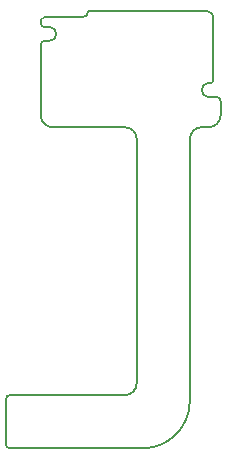
<source format=gko>
%FSLAX25Y25*%
%MOIN*%
G70*
G01*
G75*
G04 Layer_Color=16711935*
%ADD10R,0.01575X0.05315*%
%ADD11R,0.09843X0.01378*%
%ADD12R,0.02362X0.01969*%
%ADD13R,0.06693X0.06299*%
%ADD14C,0.04000*%
%ADD15C,0.01000*%
%ADD16C,0.02000*%
%ADD17C,0.01400*%
%ADD18C,0.05118*%
%ADD19O,0.04724X0.07480*%
%ADD20C,0.11811*%
%ADD21C,0.02200*%
%ADD22C,0.03000*%
%ADD23C,0.00500*%
%ADD24C,0.00394*%
%ADD25C,0.00600*%
%ADD26R,0.02375X0.06115*%
%ADD27R,0.10642X0.02178*%
%ADD28R,0.03162X0.02769*%
%ADD29R,0.07493X0.07099*%
%ADD30C,0.05918*%
%ADD31O,0.05524X0.08280*%
%ADD32C,0.12611*%
%ADD33C,0.03800*%
D23*
X1181Y16535D02*
G03*
X0Y15354I0J-1181D01*
G01*
Y0D02*
G03*
X1181Y-1181I1181J0D01*
G01*
X69095Y142453D02*
G03*
X67126Y144421I-1969J0D01*
G01*
X68307Y120602D02*
G03*
X69095Y121390I0J787D01*
G01*
X71457Y114697D02*
G03*
X70276Y115878I-1181J0D01*
G01*
X65158Y105839D02*
G03*
X61221Y101902I0J-3937D01*
G01*
X43504Y101902D02*
G03*
X39567Y105839I-3937J0D01*
G01*
X45472Y-1181D02*
G03*
X61221Y14567I0J15748D01*
G01*
X39567Y16535D02*
G03*
X43504Y20472I0J3937D01*
G01*
X67520Y105839D02*
G03*
X71457Y109776I0J3937D01*
G01*
X11535D02*
G03*
X15473Y105839I3937J0D01*
G01*
X12717Y134579D02*
G03*
X11535Y133398I0J-1181D01*
G01*
X11535Y140484D02*
G03*
X12717Y139303I1181J0D01*
G01*
X12717Y142453D02*
G03*
X11535Y141272I0J-1181D01*
G01*
X25394Y142453D02*
G03*
X27362Y144421I0J1969D01*
G01*
X14370Y134579D02*
G03*
X14370Y139303I0J2362D01*
G01*
X67520Y120602D02*
G03*
X67520Y115878I0J-2362D01*
G01*
X61221Y14567D02*
Y101902D01*
X43504Y20472D02*
Y101902D01*
X71457Y109776D02*
Y114697D01*
X67520Y115878D02*
X70276D01*
X1181Y-1181D02*
X45472D01*
X1181Y16535D02*
X39567D01*
X0Y0D02*
Y15354D01*
X11535Y140484D02*
Y141272D01*
Y109776D02*
Y133398D01*
X69095Y121390D02*
Y142453D01*
X15473Y105839D02*
X39567D01*
X65158D02*
X67520D01*
Y120602D02*
X68307D01*
X12717Y134579D02*
X14370D01*
X12717Y139303D02*
X14370D01*
X12717Y142453D02*
X25394D01*
X27362Y144421D02*
X67126D01*
M02*

</source>
